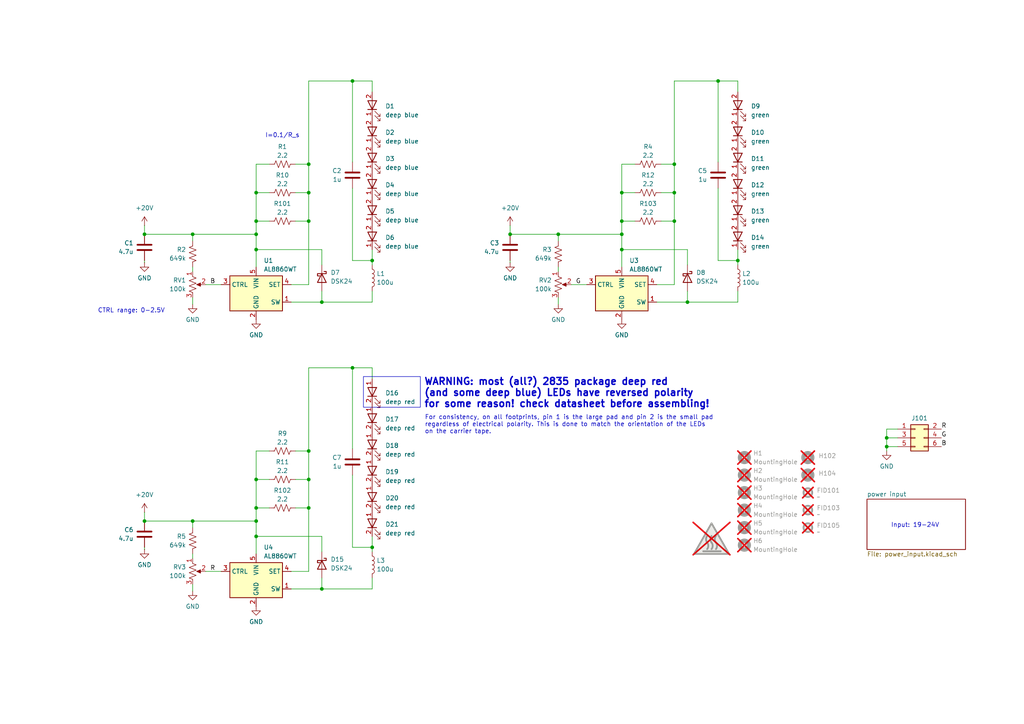
<source format=kicad_sch>
(kicad_sch (version 20250114) (generator "eeschema") (generator_version "9.0")
  (paper "A4")
  (title_block (date "2025-03-28") (rev "2"))
  (lib_symbols
    (symbol "Connector_Generic:Conn_02x03_Odd_Even" (pin_names (offset 1.016) (hide yes))
      (property "Reference" "J" (at 1.27 5.08 0))
      (property "Value" "Conn_02x03_Odd_Even" (at 1.27 -5.08 0))
      (symbol "Conn_02x03_Odd_Even_1_1"
        (pin passive line (at -5.08 2.54 0) (length 3.81) (name "Pin_1") (number "1"))
        (pin passive line (at -5.08 0 0) (length 3.81) (name "Pin_3") (number "3"))
        (pin passive line (at -5.08 -2.54 0) (length 3.81) (name "Pin_5") (number "5"))
        (pin passive line (at 7.62 2.54 180) (length 3.81) (name "Pin_2") (number "2"))
        (pin passive line (at 7.62 0 180) (length 3.81) (name "Pin_4") (number "4"))
        (pin passive line (at 7.62 -2.54 180) (length 3.81) (name "Pin_6") (number "6"))
      )
    )
    (symbol "Device:C" (pin_numbers (hide yes)) (pin_names (offset 0.254))
      (property "Reference" "C" (at 0.635 2.54 0))
      (property "Value" "C" (at 0.635 -2.54 0))
      (symbol "C_1_1"
        (pin passive line (at 0 3.81 270) (length 2.794) (name "~") (number "1"))
        (pin passive line (at 0 -3.81 90) (length 2.794) (name "~") (number "2"))
      )
    )
    (symbol "Device:L" (pin_numbers (hide yes)) (pin_names (offset 1.016) (hide yes))
      (property "Reference" "L" (at -1.27 0 90))
      (property "Value" "L" (at 1.905 0 90))
      (symbol "L_1_1"
        (pin passive line (at 0 3.81 270) (length 1.27) (name "1") (number "1"))
        (pin passive line (at 0 -3.81 90) (length 1.27) (name "2") (number "2"))
      )
    )
    (symbol "Device:LED" (pin_names (offset 1.016) (hide yes))
      (property "Reference" "D" (at 0 2.54 0))
      (property "Value" "LED" (at 0 -2.54 0))
      (symbol "LED_1_1"
        (pin passive line (at -3.81 0 0) (length 2.54) (name "K") (number "1"))
        (pin passive line (at 3.81 0 180) (length 2.54) (name "A") (number "2"))
      )
    )
    (symbol "Device:R_Potentiometer_US" (pin_names (offset 1.016) (hide yes))
      (property "Reference" "RV" (at -4.445 0 90))
      (property "Value" "R_Potentiometer_US" (at -2.54 0 90))
      (symbol "R_Potentiometer_US_1_1"
        (pin passive line (at 0 3.81 270) (length 1.27) (name "1") (number "1"))
        (pin passive line (at 0 -3.81 90) (length 1.27) (name "3") (number "3"))
        (pin passive line (at 3.81 0 180) (length 1.27) (name "2") (number "2"))
      )
    )
    (symbol "Device:R_US" (pin_numbers (hide yes)) (pin_names (offset 0))
      (property "Reference" "R" (at 2.54 0 90))
      (property "Value" "R_US" (at -2.54 0 90))
      (symbol "R_US_1_1"
        (pin passive line (at 0 3.81 270) (length 1.27) (name "~") (number "1"))
        (pin passive line (at 0 -3.81 90) (length 1.27) (name "~") (number "2"))
      )
    )
    (symbol "Diode:MBRA340" (pin_numbers (hide yes)) (pin_names (hide yes))
      (property "Reference" "D" (at 0 2.54 0))
      (property "Value" "MBRA340" (at 0 -2.54 0))
      (symbol "MBRA340_1_1"
        (pin passive line (at -3.81 0 0) (length 2.54) (name "K") (number "1"))
        (pin passive line (at 3.81 0 180) (length 2.54) (name "A") (number "2"))
      )
    )
    (symbol "Driver_LED:AL8860WT"
      (property "Reference" "U" (at -6.35 6.35 0))
      (property "Value" "AL8860WT" (at 7.62 6.35 0))
      (symbol "AL8860WT_1_1"
        (pin input line (at -10.16 2.54 0) (length 2.54) (name "CTRL") (number "3"))
        (pin power_in line (at 0 7.62 270) (length 2.54) (name "VIN") (number "5"))
        (pin power_in line (at 0 -7.62 90) (length 2.54) (name "GND") (number "2"))
        (pin input line (at 10.16 2.54 180) (length 2.54) (name "SET") (number "4"))
        (pin open_collector line (at 10.16 -2.54 180) (length 2.54) (name "SW") (number "1"))
      )
    )
    (symbol "Graphic:SYM_Hot_Large" (on_board no))
    (symbol "LED_1" (pin_names (offset 1.016) (hide yes))
      (property "Reference" "D16" (at -0.3174 -3.81 90))
      (property "Value" "deep red" (at -2.8574 -3.81 90))
      (symbol "LED_1_1_1"
        (pin passive line (at -3.81 0 0) (length 2.54) (name "K") (number "2"))
        (pin passive line (at 3.81 0 180) (length 2.54) (name "A") (number "1"))
      )
    )
    (symbol "LED_10" (pin_names (offset 1.016) (hide yes))
      (property "Reference" "D" (at 0 2.54 0))
      (property "Value" "LED" (at 0 -2.54 0))
      (symbol "LED_10_1_1"
        (pin passive line (at -3.81 0 0) (length 2.54) (name "K") (number "1"))
        (pin passive line (at 3.81 0 180) (length 2.54) (name "A") (number "2"))
      )
    )
    (symbol "LED_11" (pin_names (offset 1.016) (hide yes))
      (property "Reference" "D" (at 0 2.54 0))
      (property "Value" "LED" (at 0 -2.54 0))
      (symbol "LED_11_1_1"
        (pin passive line (at -3.81 0 0) (length 2.54) (name "K") (number "1"))
        (pin passive line (at 3.81 0 180) (length 2.54) (name "A") (number "2"))
      )
    )
    (symbol "LED_12" (pin_names (offset 1.016) (hide yes))
      (property "Reference" "D" (at 0 2.54 0))
      (property "Value" "LED" (at 0 -2.54 0))
      (symbol "LED_12_1_1"
        (pin passive line (at -3.81 0 0) (length 2.54) (name "K") (number "1"))
        (pin passive line (at 3.81 0 180) (length 2.54) (name "A") (number "2"))
      )
    )
    (symbol "LED_13" (pin_names (offset 1.016) (hide yes))
      (property "Reference" "D" (at 0 2.54 0))
      (property "Value" "LED" (at 0 -2.54 0))
      (symbol "LED_13_1_1"
        (pin passive line (at -3.81 0 0) (length 2.54) (name "K") (number "1"))
        (pin passive line (at 3.81 0 180) (length 2.54) (name "A") (number "2"))
      )
    )
    (symbol "LED_14" (pin_names (offset 1.016) (hide yes))
      (property "Reference" "D" (at 0 2.54 0))
      (property "Value" "LED" (at 0 -2.54 0))
      (symbol "LED_14_1_1"
        (pin passive line (at -3.81 0 0) (length 2.54) (name "K") (number "1"))
        (pin passive line (at 3.81 0 180) (length 2.54) (name "A") (number "2"))
      )
    )
    (symbol "LED_15" (pin_names (offset 1.016) (hide yes))
      (property "Reference" "D" (at 0 2.54 0))
      (property "Value" "LED" (at 0 -2.54 0))
      (symbol "LED_15_1_1"
        (pin passive line (at -3.81 0 0) (length 2.54) (name "K") (number "1"))
        (pin passive line (at 3.81 0 180) (length 2.54) (name "A") (number "2"))
      )
    )
    (symbol "LED_16" (pin_names (offset 1.016) (hide yes))
      (property "Reference" "D" (at 0 2.54 0))
      (property "Value" "LED" (at 0 -2.54 0))
      (symbol "LED_16_1_1"
        (pin passive line (at -3.81 0 0) (length 2.54) (name "K") (number "1"))
        (pin passive line (at 3.81 0 180) (length 2.54) (name "A") (number "2"))
      )
    )
    (symbol "LED_17" (pin_names (offset 1.016) (hide yes))
      (property "Reference" "D" (at 0 2.54 0))
      (property "Value" "LED" (at 0 -2.54 0))
      (symbol "LED_17_1_1"
        (pin passive line (at -3.81 0 0) (length 2.54) (name "K") (number "1"))
        (pin passive line (at 3.81 0 180) (length 2.54) (name "A") (number "2"))
      )
    )
    (symbol "LED_2" (pin_names (offset 1.016) (hide yes))
      (property "Reference" "D17" (at -0.3174 -3.81 90))
      (property "Value" "deep red" (at -2.8574 -3.81 90))
      (symbol "LED_2_1_1"
        (pin passive line (at -3.81 0 0) (length 2.54) (name "K") (number "2"))
        (pin passive line (at 3.81 0 180) (length 2.54) (name "A") (number "1"))
      )
    )
    (symbol "LED_3" (pin_names (offset 1.016) (hide yes))
      (property "Reference" "D18" (at -0.3174 -3.81 90))
      (property "Value" "deep red" (at -2.8574 -3.81 90))
      (symbol "LED_3_1_1"
        (pin passive line (at -3.81 0 0) (length 2.54) (name "K") (number "2"))
        (pin passive line (at 3.81 0 180) (length 2.54) (name "A") (number "1"))
      )
    )
    (symbol "LED_4" (pin_names (offset 1.016) (hide yes))
      (property "Reference" "D19" (at -0.3174 -3.81 90))
      (property "Value" "deep red" (at -2.8574 -3.81 90))
      (symbol "LED_4_1_1"
        (pin passive line (at -3.81 0 0) (length 2.54) (name "K") (number "2"))
        (pin passive line (at 3.81 0 180) (length 2.54) (name "A") (number "1"))
      )
    )
    (symbol "LED_5" (pin_names (offset 1.016) (hide yes))
      (property "Reference" "D20" (at -0.3174 -3.81 90))
      (property "Value" "deep red" (at -2.8574 -3.81 90))
      (symbol "LED_5_1_1"
        (pin passive line (at -3.81 0 0) (length 2.54) (name "K") (number "2"))
        (pin passive line (at 3.81 0 180) (length 2.54) (name "A") (number "1"))
      )
    )
    (symbol "LED_6" (pin_names (offset 1.016) (hide yes))
      (property "Reference" "D21" (at -0.3174 -3.81 90))
      (property "Value" "deep red" (at -2.8574 -3.81 90))
      (symbol "LED_6_1_1"
        (pin passive line (at -3.81 0 0) (length 2.54) (name "K") (number "2"))
        (pin passive line (at 3.81 0 180) (length 2.54) (name "A") (number "1"))
      )
    )
    (symbol "LED_7" (pin_names (offset 1.016) (hide yes))
      (property "Reference" "D" (at 0 2.54 0))
      (property "Value" "LED" (at 0 -2.54 0))
      (symbol "LED_7_1_1"
        (pin passive line (at -3.81 0 0) (length 2.54) (name "K") (number "1"))
        (pin passive line (at 3.81 0 180) (length 2.54) (name "A") (number "2"))
      )
    )
    (symbol "LED_8" (pin_names (offset 1.016) (hide yes))
      (property "Reference" "D" (at 0 2.54 0))
      (property "Value" "LED" (at 0 -2.54 0))
      (symbol "LED_8_1_1"
        (pin passive line (at -3.81 0 0) (length 2.54) (name "K") (number "1"))
        (pin passive line (at 3.81 0 180) (length 2.54) (name "A") (number "2"))
      )
    )
    (symbol "LED_9" (pin_names (offset 1.016) (hide yes))
      (property "Reference" "D" (at 0 2.54 0))
      (property "Value" "LED" (at 0 -2.54 0))
      (symbol "LED_9_1_1"
        (pin passive line (at -3.81 0 0) (length 2.54) (name "K") (number "1"))
        (pin passive line (at 3.81 0 180) (length 2.54) (name "A") (number "2"))
      )
    )
    (symbol "Mechanical:Fiducial" (exclude_from_sim yes) (in_bom no)
      (property "Reference" "FID" (at 0 5.08 0))
      (property "Value" "Fiducial" (at 0 3.175 0))
    )
    (symbol "Mechanical:MountingHole" (pin_names (offset 1.016))
      (property "Reference" "H" (at 0 5.08 0))
      (property "Value" "MountingHole" (at 0 3.175 0))
    )
    (symbol "power:+24V" (power) (pin_numbers (hide yes)) (pin_names (offset 0) (hide yes))
      (property "Value" "+24V" (at 0 3.556 0))
      (symbol "+24V_1_1"
        (pin power_in line (at 0 0 90) (length 0) (name "~") (number "1"))
      )
    )
    (symbol "power:GND" (power) (pin_numbers (hide yes)) (pin_names (offset 0) (hide yes))
      (property "Value" "GND" (at 0 -3.81 0))
      (symbol "GND_1_1"
        (pin power_in line (at 0 0 270) (length 0) (name "~") (number "1"))
      )
    )
  )
  (rectangle (start 105.41 109.22) (end 121.92 118.11))
  (text "Input: 19-24V\n" (at 265.43 152.4 0) (effects (font (size 1.27 1.27))))
  (text "CTRL range: 0-2.5V" (at 38.1 90.17 0) (effects (font (size 1.27 1.27))))
  (text "For consistency, on all footprints, pin 1 is the large pad and pin 2 is the small pad\nregardless of electrical polarity. This is done to match the orientation of the LEDs\non the carrier tape." (at 123.19 123.19 0) (effects (font (size 1.27 1.27)) (justify left)))
  (text "I=0.1/R_s" (at 81.915 39.37 0) (effects (font (size 1.27 1.27))))
  (text "WARNING: most (all?) 2835 package deep red \n(and some deep blue) LEDs have reversed polarity \nfor some reason! check datasheet before assembling!" (at 122.936 114.046 0) (effects (font (size 2 2) (thickness 0.4) (bold yes)) (justify left)))
  (junction (at 102.235 23.495))
  (junction (at 74.295 72.39))
  (junction (at 147.955 67.945))
  (junction (at 195.58 64.135))
  (junction (at 89.535 64.135))
  (junction (at 41.91 151.13))
  (junction (at 93.345 87.63))
  (junction (at 55.88 151.13))
  (junction (at 199.39 87.63))
  (junction (at 89.535 130.81))
  (junction (at 257.175 129.54))
  (junction (at 180.34 67.945))
  (junction (at 107.95 158.75))
  (junction (at 41.91 67.945))
  (junction (at 74.295 151.13))
  (junction (at 74.295 139.065))
  (junction (at 180.34 64.135))
  (junction (at 208.28 23.495))
  (junction (at 74.295 147.32))
  (junction (at 74.295 55.88))
  (junction (at 107.95 75.565))
  (junction (at 74.295 67.945))
  (junction (at 74.295 155.575))
  (junction (at 89.535 47.625))
  (junction (at 257.175 127))
  (junction (at 89.535 139.065))
  (junction (at 93.345 170.815))
  (junction (at 213.995 75.565))
  (junction (at 180.34 55.88))
  (junction (at 195.58 47.625))
  (junction (at 55.88 67.945))
  (junction (at 89.535 55.88))
  (junction (at 180.34 72.39))
  (junction (at 74.295 64.135))
  (junction (at 195.58 55.88))
  (junction (at 89.535 147.32))
  (junction (at 102.235 106.68))
  (junction (at 161.925 67.945))
  (wire (pts (xy 102.235 137.795) (xy 102.235 158.75)))
  (wire (pts (xy 93.345 76.835) (xy 93.345 72.39)))
  (wire (pts (xy 41.91 67.945) (xy 55.88 67.945)))
  (wire (pts (xy 180.34 64.135) (xy 180.34 67.945)))
  (wire (pts (xy 102.235 158.75) (xy 107.95 158.75)))
  (wire (pts (xy 89.535 106.68) (xy 102.235 106.68)))
  (wire (pts (xy 213.995 75.565) (xy 213.995 76.835)))
  (wire (pts (xy 74.295 147.32) (xy 74.295 151.13)))
  (wire (pts (xy 213.995 23.495) (xy 213.995 26.67)))
  (wire (pts (xy 89.535 130.81) (xy 89.535 139.065)))
  (wire (pts (xy 102.235 23.495) (xy 107.95 23.495)))
  (wire (pts (xy 208.28 23.495) (xy 213.995 23.495)))
  (wire (pts (xy 180.34 72.39) (xy 180.34 77.47)))
  (wire (pts (xy 199.39 84.455) (xy 199.39 87.63)))
  (wire (pts (xy 89.535 55.88) (xy 89.535 64.135)))
  (wire (pts (xy 180.34 67.945) (xy 180.34 72.39)))
  (wire (pts (xy 59.69 165.735) (xy 64.135 165.735)))
  (wire (pts (xy 85.725 139.065) (xy 89.535 139.065)))
  (wire (pts (xy 55.88 151.13) (xy 55.88 153.035)))
  (wire (pts (xy 195.58 55.88) (xy 195.58 64.135)))
  (wire (pts (xy 180.34 47.625) (xy 180.34 55.88)))
  (wire (pts (xy 74.295 64.135) (xy 74.295 67.945)))
  (wire (pts (xy 74.295 151.13) (xy 74.295 155.575)))
  (wire (pts (xy 107.95 170.815) (xy 107.95 167.64)))
  (wire (pts (xy 102.235 75.565) (xy 107.95 75.565)))
  (wire (pts (xy 195.58 64.135) (xy 195.58 82.55)))
  (wire (pts (xy 102.235 106.68) (xy 107.95 106.68)))
  (wire (pts (xy 180.34 64.135) (xy 184.15 64.135)))
  (wire (pts (xy 74.295 139.065) (xy 78.105 139.065)))
  (wire (pts (xy 89.535 47.625) (xy 89.535 55.88)))
  (wire (pts (xy 74.295 64.135) (xy 78.105 64.135)))
  (wire (pts (xy 89.535 23.495) (xy 89.535 47.625)))
  (wire (pts (xy 74.295 130.81) (xy 78.105 130.81)))
  (wire (pts (xy 213.995 87.63) (xy 213.995 84.455)))
  (wire (pts (xy 55.88 67.945) (xy 55.88 69.85)))
  (wire (pts (xy 107.95 170.815) (xy 93.345 170.815)))
  (wire (pts (xy 257.175 127) (xy 257.175 129.54)))
  (wire (pts (xy 208.28 75.565) (xy 213.995 75.565)))
  (wire (pts (xy 93.345 155.575) (xy 74.295 155.575)))
  (wire (pts (xy 93.345 72.39) (xy 74.295 72.39)))
  (wire (pts (xy 89.535 139.065) (xy 89.535 147.32)))
  (wire (pts (xy 191.77 55.88) (xy 195.58 55.88)))
  (wire (pts (xy 107.95 87.63) (xy 93.345 87.63)))
  (wire (pts (xy 84.455 165.735) (xy 89.535 165.735)))
  (wire (pts (xy 74.295 155.575) (xy 74.295 160.655)))
  (wire (pts (xy 93.345 84.455) (xy 93.345 87.63)))
  (wire (pts (xy 147.955 76.2) (xy 147.955 75.565)))
  (wire (pts (xy 190.5 82.55) (xy 195.58 82.55)))
  (wire (pts (xy 59.69 82.55) (xy 64.135 82.55)))
  (wire (pts (xy 257.175 127) (xy 257.175 124.46)))
  (wire (pts (xy 85.725 55.88) (xy 89.535 55.88)))
  (wire (pts (xy 102.235 106.68) (xy 102.235 130.175)))
  (wire (pts (xy 195.58 47.625) (xy 195.58 55.88)))
  (wire (pts (xy 180.34 55.88) (xy 180.34 64.135)))
  (wire (pts (xy 191.77 47.625) (xy 195.58 47.625)))
  (wire (pts (xy 107.95 106.68) (xy 107.95 109.855)))
  (wire (pts (xy 165.735 82.55) (xy 170.18 82.55)))
  (wire (pts (xy 191.77 64.135) (xy 195.58 64.135)))
  (wire (pts (xy 93.345 160.02) (xy 93.345 155.575)))
  (wire (pts (xy 84.455 170.815) (xy 93.345 170.815)))
  (wire (pts (xy 107.95 23.495) (xy 107.95 26.67)))
  (wire (pts (xy 208.28 23.495) (xy 208.28 46.99)))
  (wire (pts (xy 41.91 151.13) (xy 41.91 148.59)))
  (wire (pts (xy 41.91 76.2) (xy 41.91 75.565)))
  (wire (pts (xy 89.535 147.32) (xy 89.535 165.735)))
  (wire (pts (xy 55.88 77.47) (xy 55.88 78.74)))
  (wire (pts (xy 84.455 82.55) (xy 89.535 82.55)))
  (wire (pts (xy 107.95 72.39) (xy 107.95 75.565)))
  (wire (pts (xy 85.725 47.625) (xy 89.535 47.625)))
  (wire (pts (xy 41.91 151.13) (xy 55.88 151.13)))
  (wire (pts (xy 257.175 124.46) (xy 260.35 124.46)))
  (wire (pts (xy 260.35 127) (xy 257.175 127)))
  (wire (pts (xy 74.295 55.88) (xy 78.105 55.88)))
  (wire (pts (xy 74.295 130.81) (xy 74.295 139.065)))
  (wire (pts (xy 161.925 67.945) (xy 161.925 69.85)))
  (wire (pts (xy 195.58 23.495) (xy 195.58 47.625)))
  (wire (pts (xy 41.91 67.945) (xy 41.91 65.405)))
  (wire (pts (xy 107.95 158.75) (xy 107.95 160.02)))
  (wire (pts (xy 102.235 54.61) (xy 102.235 75.565)))
  (wire (pts (xy 55.88 88.265) (xy 55.88 86.36)))
  (wire (pts (xy 89.535 23.495) (xy 102.235 23.495)))
  (wire (pts (xy 84.455 87.63) (xy 93.345 87.63)))
  (wire (pts (xy 213.995 87.63) (xy 199.39 87.63)))
  (wire (pts (xy 161.925 67.945) (xy 180.34 67.945)))
  (wire (pts (xy 199.39 76.835) (xy 199.39 72.39)))
  (wire (pts (xy 93.345 167.64) (xy 93.345 170.815)))
  (wire (pts (xy 190.5 87.63) (xy 199.39 87.63)))
  (wire (pts (xy 41.91 159.385) (xy 41.91 158.75)))
  (wire (pts (xy 147.955 67.945) (xy 161.925 67.945)))
  (wire (pts (xy 74.295 147.32) (xy 78.105 147.32)))
  (wire (pts (xy 257.175 130.81) (xy 257.175 129.54)))
  (wire (pts (xy 180.34 47.625) (xy 184.15 47.625)))
  (wire (pts (xy 257.175 129.54) (xy 260.35 129.54)))
  (wire (pts (xy 161.925 77.47) (xy 161.925 78.74)))
  (wire (pts (xy 74.295 72.39) (xy 74.295 77.47)))
  (wire (pts (xy 85.725 147.32) (xy 89.535 147.32)))
  (wire (pts (xy 161.925 88.265) (xy 161.925 86.36)))
  (wire (pts (xy 55.88 171.45) (xy 55.88 169.545)))
  (wire (pts (xy 208.28 54.61) (xy 208.28 75.565)))
  (wire (pts (xy 195.58 23.495) (xy 208.28 23.495)))
  (wire (pts (xy 89.535 64.135) (xy 89.535 82.55)))
  (wire (pts (xy 55.88 151.13) (xy 74.295 151.13)))
  (wire (pts (xy 85.725 130.81) (xy 89.535 130.81)))
  (wire (pts (xy 74.295 139.065) (xy 74.295 147.32)))
  (wire (pts (xy 107.95 75.565) (xy 107.95 76.835)))
  (wire (pts (xy 74.295 67.945) (xy 74.295 72.39)))
  (wire (pts (xy 74.295 55.88) (xy 74.295 64.135)))
  (wire (pts (xy 89.535 106.68) (xy 89.535 130.81)))
  (wire (pts (xy 147.955 67.945) (xy 147.955 65.405)))
  (wire (pts (xy 107.95 155.575) (xy 107.95 158.75)))
  (wire (pts (xy 199.39 72.39) (xy 180.34 72.39)))
  (wire (pts (xy 74.295 47.625) (xy 78.105 47.625)))
  (wire (pts (xy 213.995 72.39) (xy 213.995 75.565)))
  (wire (pts (xy 55.88 160.655) (xy 55.88 161.925)))
  (wire (pts (xy 55.88 67.945) (xy 74.295 67.945)))
  (wire (pts (xy 85.725 64.135) (xy 89.535 64.135)))
  (wire (pts (xy 180.34 55.88) (xy 184.15 55.88)))
  (wire (pts (xy 107.95 87.63) (xy 107.95 84.455)))
  (wire (pts (xy 102.235 23.495) (xy 102.235 46.99)))
  (wire (pts (xy 74.295 47.625) (xy 74.295 55.88)))
  (label "R" (at 60.96 165.735 0))
  (label "B" (at 60.96 82.55 0))
  (label "R" (at 273.05 124.46 0))
  (label "G" (at 167.005 82.55 0))
  (label "G" (at 273.05 127 0))
  (label "B" (at 273.05 129.54 0))
  (symbol (lib_id "power:GND") (at 41.91 76.2 0) (unit 1)
    (property "Reference" "#PWR05" (effects (hide yes)))
    (property "Value" "GND" (at 41.91 80.645 0))
    (property "Description" "Power symbol creates a global label with name \"GND\" , ground" (effects (hide yes)))
  )
  (symbol (lib_name "LED_10") (lib_id "Device:LED") (at 213.995 45.72 90) (unit 1)
    (property "Reference" "D11" (at 217.805 46.0374 90) (effects (justify right)))
    (property "Value" "green" (at 217.805 48.5774 90) (effects (justify right)))
    (property "Footprint" "LED_SMD:LED_PLCC_2835_Handsoldering" (effects (hide yes)))
    (property "Description" "Light emitting diode" (effects (hide yes)))
    (property "MPN" "JE2835AGR-N-0002A0000-N0000001" (effects (hide yes)))
    (property "LCSC" "C6159257 " (effects (hide yes)))
  )
  (symbol (lib_name "LED_7") (lib_id "Device:LED") (at 213.995 30.48 90) (unit 1)
    (property "Reference" "D9" (at 217.805 30.7974 90) (effects (justify right)))
    (property "Value" "green" (at 217.805 33.3374 90) (effects (justify right)))
    (property "Footprint" "LED_SMD:LED_PLCC_2835_Handsoldering" (effects (hide yes)))
    (property "Description" "Light emitting diode" (effects (hide yes)))
    (property "MPN" "JE2835AGR-N-0002A0000-N0000001" (effects (hide yes)))
    (property "LCSC" "C6159257 " (effects (hide yes)))
  )
  (symbol (lib_name "LED_8") (lib_id "Device:LED") (at 213.995 53.34 90) (unit 1)
    (property "Reference" "D12" (at 217.805 53.6574 90) (effects (justify right)))
    (property "Value" "green" (at 217.805 56.1974 90) (effects (justify right)))
    (property "Footprint" "LED_SMD:LED_PLCC_2835_Handsoldering" (effects (hide yes)))
    (property "Description" "Light emitting diode" (effects (hide yes)))
    (property "MPN" "JE2835AGR-N-0002A0000-N0000001" (effects (hide yes)))
    (property "LCSC" "C6159257 " (effects (hide yes)))
  )
  (symbol (lib_id "Mechanical:Fiducial") (at 234.315 142.875 0) (unit 1) (exclude_from_sim yes) (in_bom no) (dnp yes)
    (property "Reference" "FID101" (at 236.855 142.2399 0) (effects (justify left)))
    (property "Value" "~" (at 236.855 144.145 0) (effects (justify left)))
    (property "Footprint" "Fiducial:Fiducial_1mm_Mask2mm" (effects (hide yes)))
    (property "Description" "Fiducial Marker" (effects (hide yes)))
  )
  (symbol (lib_id "Device:L") (at 107.95 80.645 0) (unit 1)
    (property "Reference" "L1" (at 109.22 79.3749 0) (effects (justify left)))
    (property "Value" "100u" (at 109.22 81.9149 0) (effects (justify left)))
    (property "Footprint" "Inductor_SMD:L_Changjiang_FNR5040S" (effects (hide yes)))
    (property "Description" "Inductor" (effects (hide yes)))
    (property "MPN" "SLW5040S101MST" (effects (hide yes)))
    (property "LCSC" "C206391" (effects (hide yes)))
  )
  (symbol (lib_id "Graphic:SYM_Hot_Large") (at 206.375 155.575 0) (unit 1) (dnp yes)
    (property "Reference" "SYM101" (effects (hide yes)))
    (property "Value" "SYM_Hot_Large" (effects (hide yes)))
    (property "Footprint" "Custom:hot-surface_1x" (effects (hide yes)))
    (property "Description" "Hot surface warning symbol, large" (effects (hide yes)))
  )
  (symbol (lib_id "Device:R_US") (at 187.96 64.135 90) (unit 1)
    (property "Reference" "R103" (at 187.96 59.055 90))
    (property "Value" "2.2" (at 187.96 61.595 90))
    (property "Footprint" "Resistor_SMD:R_0603_1608Metric" (effects (hide yes)))
    (property "Description" "Resistor, US symbol" (effects (hide yes)))
    (property "MPN" "Generic 2.2Ohm 0603 1%" (effects (hide yes)))
    (property "LCSC" "C22939" (effects (hide yes)))
  )
  (symbol (lib_name "LED_9") (lib_id "Device:LED") (at 213.995 60.96 90) (unit 1)
    (property "Reference" "D13" (at 217.805 61.2774 90) (effects (justify right)))
    (property "Value" "green" (at 217.805 63.8174 90) (effects (justify right)))
    (property "Footprint" "LED_SMD:LED_PLCC_2835_Handsoldering" (effects (hide yes)))
    (property "Description" "Light emitting diode" (effects (hide yes)))
    (property "MPN" "JE2835AGR-N-0002A0000-N0000001" (effects (hide yes)))
    (property "LCSC" "C6159257 " (effects (hide yes)))
  )
  (symbol (lib_id "Mechanical:MountingHole") (at 234.315 137.795 0) (unit 1) (exclude_from_sim yes) (in_bom no) (dnp yes)
    (property "Reference" "H104" (at 237.363 137.287 0) (effects (justify left)))
    (property "Value" "ToolingHole" (effects (hide yes)))
    (property "Footprint" "Custom:JLC_tooling_hole" (effects (hide yes)))
  )
  (symbol (lib_id "Driver_LED:AL8860WT") (at 74.295 85.09 0) (unit 1)
    (property "Reference" "U1" (at 76.4891 75.565 0) (effects (justify left)))
    (property "Value" "AL8860WT" (at 76.4891 78.105 0) (effects (justify left)))
    (property "Footprint" "Package_TO_SOT_SMD:TSOT-23-5" (effects (hide yes)))
    (property "Datasheet" "https://www.diodes.com/assets/Datasheets/AL8860.pdf" (effects (hide yes)))
    (property "Description" "40V 1.5A Constant Current Buck LED Driver IC, TSOT-23-5" (effects (hide yes)))
    (property "MPN" "AL8860WT-7" (effects (hide yes)))
    (property "LCSC" "C125330" (effects (hide yes)))
  )
  (symbol (lib_name "LED_11") (lib_id "Device:LED") (at 213.995 38.1 90) (unit 1)
    (property "Reference" "D10" (at 217.805 38.4174 90) (effects (justify right)))
    (property "Value" "green" (at 217.805 40.9574 90) (effects (justify right)))
    (property "Footprint" "LED_SMD:LED_PLCC_2835_Handsoldering" (effects (hide yes)))
    (property "Description" "Light emitting diode" (effects (hide yes)))
    (property "MPN" "JE2835AGR-N-0002A0000-N0000001" (effects (hide yes)))
    (property "LCSC" "C6159257 " (effects (hide yes)))
  )
  (symbol (lib_name "LED_13") (lib_id "Device:LED") (at 107.95 53.34 90) (unit 1)
    (property "Reference" "D4" (at 111.76 53.6574 90) (effects (justify right)))
    (property "Value" "deep blue" (at 111.76 56.1974 90) (effects (justify right)))
    (property "Footprint" "LED_SMD:LED_PLCC_2835_Handsoldering" (effects (hide yes)))
    (property "Description" "Light emitting diode" (effects (hide yes)))
    (property "MPN" "JE2835ARY-N-0002A0000-N0000001" (effects (hide yes)))
    (property "LCSC" "C9900080487" (effects (hide yes)))
  )
  (symbol (lib_id "power:GND") (at 55.88 88.265 0) (unit 1)
    (property "Reference" "#PWR02" (effects (hide yes)))
    (property "Value" "GND" (at 55.88 92.71 0))
    (property "Description" "Power symbol creates a global label with name \"GND\" , ground" (effects (hide yes)))
  )
  (symbol (lib_id "power:GND") (at 257.175 130.81 0) (unit 1)
    (property "Reference" "#PWR0102" (effects (hide yes)))
    (property "Value" "GND" (at 257.175 135.255 0))
    (property "Description" "Power symbol creates a global label with name \"GND\" , ground" (effects (hide yes)))
  )
  (symbol (lib_id "Driver_LED:AL8860WT") (at 180.34 85.09 0) (unit 1)
    (property "Reference" "U3" (at 182.5341 75.565 0) (effects (justify left)))
    (property "Value" "AL8860WT" (at 182.5341 78.105 0) (effects (justify left)))
    (property "Footprint" "Package_TO_SOT_SMD:TSOT-23-5" (effects (hide yes)))
    (property "Datasheet" "https://www.diodes.com/assets/Datasheets/AL8860.pdf" (effects (hide yes)))
    (property "Description" "40V 1.5A Constant Current Buck LED Driver IC, TSOT-23-5" (effects (hide yes)))
    (property "MPN" "AL8860WT-7" (effects (hide yes)))
    (property "LCSC" "C125330" (effects (hide yes)))
  )
  (symbol (lib_name "LED_2") (lib_id "Device:LED") (at 107.95 121.285 90) (unit 1)
    (property "Reference" "D17" (at 111.76 121.6024 90) (effects (justify right)))
    (property "Value" "deep red" (at 111.76 124.1424 90) (effects (justify right)))
    (property "Footprint" "Custom:LED_PLCC_2835_Handsoldering_Reversed_Red" (effects (hide yes)))
    (property "Description" "Light emitting diode" (effects (hide yes)))
    (property "MPN" "JE2835AHR-N-0001A0000-N0000001" (effects (hide yes)))
    (property "LCSC" "C17235048" (effects (hide yes)))
  )
  (symbol (lib_id "Mechanical:MountingHole") (at 215.9 137.795 0) (unit 1) (dnp yes)
    (property "Reference" "H2" (at 218.44 136.5249 0) (effects (justify left)))
    (property "Value" "MountingHole" (at 218.44 139.0649 0) (effects (justify left)))
    (property "Footprint" "Custom:MountingHole_2.2mm_M2_Mask_5mm" (effects (hide yes)))
    (property "Description" "Mounting Hole without connection" (effects (hide yes)))
  )
  (symbol (lib_id "Device:L") (at 213.995 80.645 0) (unit 1)
    (property "Reference" "L2" (at 215.265 79.3749 0) (effects (justify left)))
    (property "Value" "100u" (at 215.265 81.9149 0) (effects (justify left)))
    (property "Footprint" "Inductor_SMD:L_Changjiang_FNR5040S" (effects (hide yes)))
    (property "Description" "Inductor" (effects (hide yes)))
    (property "MPN" "SLW5040S101MST" (effects (hide yes)))
    (property "LCSC" "C206391" (effects (hide yes)))
  )
  (symbol (lib_id "Diode:MBRA340") (at 199.39 80.645 270) (unit 1)
    (property "Reference" "D8" (at 201.93 79.0574 90) (effects (justify left)))
    (property "Value" "DSK24" (at 201.93 81.5974 90) (effects (justify left)))
    (property "Footprint" "Diode_SMD:D_SOD-123F" (effects (hide yes)))
    (property "Datasheet" "https://www.onsemi.com/pub/Collateral/MBRA340T3-D.PDF" (effects (hide yes)))
    (property "Description" "40V 3A Schottky Barrier Rectifier Diode, SMA(DO-214AC)" (effects (hide yes)))
    (property "MPN" "DSK24" (effects (hide yes)))
    (property "LCSC" "C22466352" (effects (hide yes)))
  )
  (symbol (lib_name "LED_6") (lib_id "Device:LED") (at 107.95 151.765 90) (unit 1)
    (property "Reference" "D21" (at 111.76 152.0824 90) (effects (justify right)))
    (property "Value" "deep red" (at 111.76 154.6224 90) (effects (justify right)))
    (property "Footprint" "Custom:LED_PLCC_2835_Handsoldering_Reversed_Red" (effects (hide yes)))
    (property "Description" "Light emitting diode" (effects (hide yes)))
    (property "MPN" "JE2835AHR-N-0001A0000-N0000001" (effects (hide yes)))
    (property "LCSC" "C17235048" (effects (hide yes)))
  )
  (symbol (lib_id "Mechanical:MountingHole") (at 215.9 142.875 0) (unit 1) (dnp yes)
    (property "Reference" "H3" (at 218.44 141.6049 0) (effects (justify left)))
    (property "Value" "MountingHole" (at 218.44 144.1449 0) (effects (justify left)))
    (property "Footprint" "Custom:MountingHole_2.2mm_M2_Mask_5mm" (effects (hide yes)))
    (property "Description" "Mounting Hole without connection" (effects (hide yes)))
  )
  (symbol (lib_id "Device:C") (at 102.235 50.8 0) (mirror y) (unit 1)
    (property "Reference" "C2" (at 99.06 49.5299 0) (effects (justify left)))
    (property "Value" "1u" (at 99.06 52.0699 0) (effects (justify left)))
    (property "Footprint" "Capacitor_SMD:C_0805_2012Metric" (effects (hide yes)))
    (property "Description" "Unpolarized capacitor" (effects (hide yes)))
    (property "MPN" "Generic 1uF 50V 0805 X7R" (effects (hide yes)))
    (property "LCSC" "C28323" (effects (hide yes)))
  )
  (symbol (lib_id "Device:R_US") (at 187.96 47.625 90) (unit 1)
    (property "Reference" "R4" (at 187.96 42.545 90))
    (property "Value" "2.2" (at 187.96 45.085 90))
    (property "Footprint" "Resistor_SMD:R_0603_1608Metric" (effects (hide yes)))
    (property "Description" "Resistor, US symbol" (effects (hide yes)))
    (property "MPN" "Generic 2.2Ohm 0603 1%" (effects (hide yes)))
    (property "LCSC" "C22939" (effects (hide yes)))
  )
  (symbol (lib_id "Device:R_US") (at 81.915 139.065 90) (unit 1)
    (property "Reference" "R11" (at 81.915 133.985 90))
    (property "Value" "2.2" (at 81.915 136.525 90))
    (property "Footprint" "Resistor_SMD:R_0603_1608Metric" (effects (hide yes)))
    (property "Description" "Resistor, US symbol" (effects (hide yes)))
    (property "MPN" "Generic 2.2Ohm 0603 1%" (effects (hide yes)))
    (property "LCSC" "C22939" (effects (hide yes)))
  )
  (symbol (lib_id "Connector_Generic:Conn_02x03_Odd_Even") (at 265.43 127 0) (unit 1)
    (property "Reference" "J101" (at 266.7 121.285 0))
    (property "Value" "Conn_02x03_Odd_Even" (effects (hide yes)))
    (property "Footprint" "Connector_PinHeader_2.54mm:PinHeader_2x03_P2.54mm_Vertical_SMD" (effects (hide yes)))
    (property "Description" "Generic connector, double row, 02x03, odd/even pin numbering scheme (row 1 odd numbers, row 2 even numbers), script generated (kicad-library-utils/schlib/autogen/connector/)" (effects (hide yes)))
    (property "LCSC" "C22438447" (effects (hide yes)))
    (property "MPN" "IPCP254M06PB28S" (effects (hide yes)))
  )
  (symbol (lib_name "LED_5") (lib_id "Device:LED") (at 107.95 144.145 90) (unit 1)
    (property "Reference" "D20" (at 111.76 144.4624 90) (effects (justify right)))
    (property "Value" "deep red" (at 111.76 147.0024 90) (effects (justify right)))
    (property "Footprint" "Custom:LED_PLCC_2835_Handsoldering_Reversed_Red" (effects (hide yes)))
    (property "Description" "Light emitting diode" (effects (hide yes)))
    (property "MPN" "JE2835AHR-N-0001A0000-N0000001" (effects (hide yes)))
    (property "LCSC" "C17235048" (effects (hide yes)))
  )
  (symbol (lib_name "LED_4") (lib_id "Device:LED") (at 107.95 136.525 90) (unit 1)
    (property "Reference" "D19" (at 111.76 136.8424 90) (effects (justify right)))
    (property "Value" "deep red" (at 111.76 139.3824 90) (effects (justify right)))
    (property "Footprint" "Custom:LED_PLCC_2835_Handsoldering_Reversed_Red" (effects (hide yes)))
    (property "Description" "Light emitting diode" (effects (hide yes)))
    (property "MPN" "JE2835AHR-N-0001A0000-N0000001" (effects (hide yes)))
    (property "LCSC" "C17235048" (effects (hide yes)))
  )
  (symbol (lib_id "Device:R_Potentiometer_US") (at 161.925 82.55 0) (unit 1)
    (property "Reference" "RV2" (at 160.02 81.2799 0) (effects (justify right)))
    (property "Value" "100k" (at 160.02 83.8199 0) (effects (justify right)))
    (property "Footprint" "Potentiometer_SMD:Potentiometer_Bourns_3314G_Vertical" (effects (hide yes)))
    (property "Description" "Potentiometer, US symbol" (effects (hide yes)))
    (property "MPN" "3314G-1-104E " (effects (hide yes)))
    (property "LCSC" "C780219" (effects (hide yes)))
  )
  (symbol (lib_id "Mechanical:MountingHole") (at 234.315 132.715 0) (unit 1) (exclude_from_sim yes) (in_bom no) (dnp yes)
    (property "Reference" "H102" (at 237.363 132.207 0) (effects (justify left)))
    (property "Value" "ToolingHole" (effects (hide yes)))
    (property "Footprint" "Custom:JLC_tooling_hole" (effects (hide yes)))
  )
  (symbol (lib_id "Device:R_US") (at 161.925 73.66 0) (mirror y) (unit 1)
    (property "Reference" "R3" (at 160.02 72.3899 0) (effects (justify left)))
    (property "Value" "649k" (at 160.02 74.9299 0) (effects (justify left)))
    (property "Footprint" "Resistor_SMD:R_0603_1608Metric" (effects (hide yes)))
    (property "Description" "Resistor, US symbol" (effects (hide yes)))
    (property "MPN" "Generic 649KOhm 0603 1%" (effects (hide yes)))
    (property "LCSC" "C245991" (effects (hide yes)))
  )
  (symbol (lib_id "Device:R_US") (at 55.88 73.66 0) (mirror y) (unit 1)
    (property "Reference" "R2" (at 53.975 72.3899 0) (effects (justify left)))
    (property "Value" "649k" (at 53.975 74.9299 0) (effects (justify left)))
    (property "Footprint" "Resistor_SMD:R_0603_1608Metric" (effects (hide yes)))
    (property "Description" "Resistor, US symbol" (effects (hide yes)))
    (property "MPN" "Generic 649KOhm 0603 1%" (effects (hide yes)))
    (property "LCSC" "C245991" (effects (hide yes)))
  )
  (symbol (lib_id "power:GND") (at 161.925 88.265 0) (unit 1)
    (property "Reference" "#PWR010" (effects (hide yes)))
    (property "Value" "GND" (at 161.925 92.71 0))
    (property "Description" "Power symbol creates a global label with name \"GND\" , ground" (effects (hide yes)))
  )
  (symbol (lib_id "Device:C") (at 41.91 71.755 0) (mirror y) (unit 1)
    (property "Reference" "C1" (at 38.735 70.4849 0) (effects (justify left)))
    (property "Value" "4.7u" (at 38.735 73.0249 0) (effects (justify left)))
    (property "Footprint" "Capacitor_SMD:C_1206_3216Metric" (effects (hide yes)))
    (property "Description" "Unpolarized capacitor" (effects (hide yes)))
    (property "MPN" "Generic 4.7uF 50V 1206 X7R" (effects (hide yes)))
    (property "LCSC" "C29823" (effects (hide yes)))
  )
  (symbol (lib_id "Mechanical:MountingHole") (at 215.9 153.035 0) (unit 1) (dnp yes)
    (property "Reference" "H5" (at 218.44 151.7649 0) (effects (justify left)))
    (property "Value" "MountingHole" (at 218.44 154.3049 0) (effects (justify left)))
    (property "Footprint" "Custom:MountingHole_2.2mm_M2_Mask_5mm" (effects (hide yes)))
    (property "Description" "Mounting Hole without connection" (effects (hide yes)))
  )
  (symbol (lib_id "Device:R_US") (at 187.96 55.88 90) (unit 1)
    (property "Reference" "R12" (at 187.96 50.8 90))
    (property "Value" "2.2" (at 187.96 53.34 90))
    (property "Footprint" "Resistor_SMD:R_0603_1608Metric" (effects (hide yes)))
    (property "Description" "Resistor, US symbol" (effects (hide yes)))
    (property "MPN" "Generic 2.2Ohm 0603 1%" (effects (hide yes)))
    (property "LCSC" "C22939" (effects (hide yes)))
  )
  (symbol (lib_id "Diode:MBRA340") (at 93.345 80.645 270) (unit 1)
    (property "Reference" "D7" (at 95.885 79.0574 90) (effects (justify left)))
    (property "Value" "DSK24" (at 95.885 81.5974 90) (effects (justify left)))
    (property "Footprint" "Diode_SMD:D_SOD-123F" (effects (hide yes)))
    (property "Datasheet" "https://www.onsemi.com/pub/Collateral/MBRA340T3-D.PDF" (effects (hide yes)))
    (property "Description" "40V 3A Schottky Barrier Rectifier Diode, SMA(DO-214AC)" (effects (hide yes)))
    (property "MPN" "DSK24" (effects (hide yes)))
    (property "LCSC" "C22466352" (effects (hide yes)))
  )
  (symbol (lib_name "LED_15") (lib_id "Device:LED") (at 107.95 45.72 90) (unit 1)
    (property "Reference" "D3" (at 111.76 46.0374 90) (effects (justify right)))
    (property "Value" "deep blue" (at 111.76 48.5774 90) (effects (justify right)))
    (property "Footprint" "LED_SMD:LED_PLCC_2835_Handsoldering" (effects (hide yes)))
    (property "Description" "Light emitting diode" (effects (hide yes)))
    (property "MPN" "JE2835ARY-N-0002A0000-N0000001" (effects (hide yes)))
    (property "LCSC" "C9900080487" (effects (hide yes)))
  )
  (symbol (lib_id "power:GND") (at 55.88 171.45 0) (unit 1)
    (property "Reference" "#PWR014" (effects (hide yes)))
    (property "Value" "GND" (at 55.88 175.895 0))
    (property "Description" "Power symbol creates a global label with name \"GND\" , ground" (effects (hide yes)))
  )
  (symbol (lib_name "LED_16") (lib_id "Device:LED") (at 107.95 60.96 90) (unit 1)
    (property "Reference" "D5" (at 111.76 61.2774 90) (effects (justify right)))
    (property "Value" "deep blue" (at 111.76 63.8174 90) (effects (justify right)))
    (property "Footprint" "LED_SMD:LED_PLCC_2835_Handsoldering" (effects (hide yes)))
    (property "Description" "Light emitting diode" (effects (hide yes)))
    (property "MPN" "JE2835ARY-N-0002A0000-N0000001" (effects (hide yes)))
    (property "LCSC" "C9900080487" (effects (hide yes)))
  )
  (symbol (lib_name "LED_14") (lib_id "Device:LED") (at 107.95 68.58 90) (unit 1)
    (property "Reference" "D6" (at 111.76 68.8974 90) (effects (justify right)))
    (property "Value" "deep blue" (at 111.76 71.4374 90) (effects (justify right)))
    (property "Footprint" "LED_SMD:LED_PLCC_2835_Handsoldering" (effects (hide yes)))
    (property "Description" "Light emitting diode" (effects (hide yes)))
    (property "MPN" "JE2835ARY-N-0002A0000-N0000001" (effects (hide yes)))
    (property "LCSC" "C9900080487" (effects (hide yes)))
  )
  (symbol (lib_id "Mechanical:MountingHole") (at 215.9 158.115 0) (unit 1) (dnp yes)
    (property "Reference" "H6" (at 218.44 156.8449 0) (effects (justify left)))
    (property "Value" "MountingHole" (at 218.44 159.3849 0) (effects (justify left)))
    (property "Footprint" "Custom:MountingHole_2.2mm_M2_Mask_5mm" (effects (hide yes)))
    (property "Description" "Mounting Hole without connection" (effects (hide yes)))
  )
  (symbol (lib_id "power:GND") (at 74.295 175.895 0) (unit 1)
    (property "Reference" "#PWR015" (effects (hide yes)))
    (property "Value" "GND" (at 74.295 180.34 0))
    (property "Description" "Power symbol creates a global label with name \"GND\" , ground" (effects (hide yes)))
  )
  (symbol (lib_id "Mechanical:MountingHole") (at 215.9 132.715 0) (unit 1) (dnp yes)
    (property "Reference" "H1" (at 218.44 131.4449 0) (effects (justify left)))
    (property "Value" "MountingHole" (at 218.44 133.9849 0) (effects (justify left)))
    (property "Footprint" "Custom:MountingHole_2.2mm_M2_Mask_5mm" (effects (hide yes)))
    (property "Description" "Mounting Hole without connection" (effects (hide yes)))
  )
  (symbol (lib_id "Driver_LED:AL8860WT") (at 74.295 168.275 0) (unit 1)
    (property "Reference" "U4" (at 76.4891 158.75 0) (effects (justify left)))
    (property "Value" "AL8860WT" (at 76.4891 161.29 0) (effects (justify left)))
    (property "Footprint" "Package_TO_SOT_SMD:TSOT-23-5" (effects (hide yes)))
    (property "Datasheet" "https://www.diodes.com/assets/Datasheets/AL8860.pdf" (effects (hide yes)))
    (property "Description" "40V 1.5A Constant Current Buck LED Driver IC, TSOT-23-5" (effects (hide yes)))
    (property "MPN" "AL8860WT-7" (effects (hide yes)))
    (property "LCSC" "C125330" (effects (hide yes)))
  )
  (symbol (lib_id "Device:R_Potentiometer_US") (at 55.88 82.55 0) (unit 1)
    (property "Reference" "RV1" (at 53.975 81.2799 0) (effects (justify right)))
    (property "Value" "100k" (at 53.975 83.8199 0) (effects (justify right)))
    (property "Footprint" "Potentiometer_SMD:Potentiometer_Bourns_3314G_Vertical" (effects (hide yes)))
    (property "Description" "Potentiometer, US symbol" (effects (hide yes)))
    (property "MPN" "3314G-1-104E " (effects (hide yes)))
    (property "LCSC" "C780219" (effects (hide yes)))
  )
  (symbol (lib_name "LED_17") (lib_id "Device:LED") (at 107.95 38.1 90) (unit 1)
    (property "Reference" "D2" (at 111.76 38.4174 90) (effects (justify right)))
    (property "Value" "deep blue" (at 111.76 40.9574 90) (effects (justify right)))
    (property "Footprint" "LED_SMD:LED_PLCC_2835_Handsoldering" (effects (hide yes)))
    (property "Description" "Light emitting diode" (effects (hide yes)))
    (property "MPN" "JE2835ARY-N-0002A0000-N0000001" (effects (hide yes)))
    (property "LCSC" "C9900080487" (effects (hide yes)))
  )
  (symbol (lib_id "Device:C") (at 41.91 154.94 0) (mirror y) (unit 1)
    (property "Reference" "C6" (at 38.735 153.6699 0) (effects (justify left)))
    (property "Value" "4.7u" (at 38.735 156.2099 0) (effects (justify left)))
    (property "Footprint" "Capacitor_SMD:C_1206_3216Metric" (effects (hide yes)))
    (property "Description" "Unpolarized capacitor" (effects (hide yes)))
    (property "MPN" "Generic 4.7uF 50V 1206 X7R" (effects (hide yes)))
    (property "LCSC" "C29823" (effects (hide yes)))
  )
  (symbol (lib_id "Device:C") (at 208.28 50.8 0) (mirror y) (unit 1)
    (property "Reference" "C5" (at 205.105 49.5299 0) (effects (justify left)))
    (property "Value" "1u" (at 205.105 52.0699 0) (effects (justify left)))
    (property "Footprint" "Capacitor_SMD:C_0805_2012Metric" (effects (hide yes)))
    (property "Description" "Unpolarized capacitor" (effects (hide yes)))
    (property "MPN" "Generic 1uF 50V 0805 X7R" (effects (hide yes)))
    (property "LCSC" "C28323" (effects (hide yes)))
  )
  (symbol (lib_name "LED_12") (lib_id "Device:LED") (at 213.995 68.58 90) (unit 1)
    (property "Reference" "D14" (at 217.805 68.8974 90) (effects (justify right)))
    (property "Value" "green" (at 217.805 71.4374 90) (effects (justify right)))
    (property "Footprint" "LED_SMD:LED_PLCC_2835_Handsoldering" (effects (hide yes)))
    (property "Description" "Light emitting diode" (effects (hide yes)))
    (property "MPN" "JE2835AGR-N-0002A0000-N0000001" (effects (hide yes)))
    (property "LCSC" "C6159257 " (effects (hide yes)))
  )
  (symbol (lib_id "Device:R_US") (at 81.915 55.88 90) (unit 1)
    (property "Reference" "R10" (at 81.915 50.8 90))
    (property "Value" "2.2" (at 81.915 53.34 90))
    (property "Footprint" "Resistor_SMD:R_0603_1608Metric" (effects (hide yes)))
    (property "Description" "Resistor, US symbol" (effects (hide yes)))
    (property "MPN" "Generic 2.2Ohm 0603 1%" (effects (hide yes)))
    (property "LCSC" "C22939" (effects (hide yes)))
  )
  (symbol (lib_id "Diode:MBRA340") (at 93.345 163.83 270) (unit 1)
    (property "Reference" "D15" (at 95.885 162.2424 90) (effects (justify left)))
    (property "Value" "DSK24" (at 95.885 164.7824 90) (effects (justify left)))
    (property "Footprint" "Diode_SMD:D_SOD-123F" (effects (hide yes)))
    (property "Datasheet" "https://www.onsemi.com/pub/Collateral/MBRA340T3-D.PDF" (effects (hide yes)))
    (property "Description" "40V 3A Schottky Barrier Rectifier Diode, SMA(DO-214AC)" (effects (hide yes)))
    (property "MPN" "DSK24" (effects (hide yes)))
    (property "LCSC" "C22466352" (effects (hide yes)))
  )
  (symbol (lib_id "Device:L") (at 107.95 163.83 0) (unit 1)
    (property "Reference" "L3" (at 109.22 162.5599 0) (effects (justify left)))
    (property "Value" "100u" (at 109.22 165.0999 0) (effects (justify left)))
    (property "Footprint" "Inductor_SMD:L_Changjiang_FNR5040S" (effects (hide yes)))
    (property "Description" "Inductor" (effects (hide yes)))
    (property "MPN" "SLW5040S101MST" (effects (hide yes)))
    (property "LCSC" "C206391" (effects (hide yes)))
  )
  (symbol (lib_id "Mechanical:MountingHole") (at 215.9 147.955 0) (unit 1) (dnp yes)
    (property "Reference" "H4" (at 218.44 146.6849 0) (effects (justify left)))
    (property "Value" "MountingHole" (at 218.44 149.2249 0) (effects (justify left)))
    (property "Footprint" "Custom:MountingHole_2.2mm_M2_Mask_5mm" (effects (hide yes)))
    (property "Description" "Mounting Hole without connection" (effects (hide yes)))
  )
  (symbol (lib_id "power:GND") (at 180.34 92.71 0) (unit 1)
    (property "Reference" "#PWR011" (effects (hide yes)))
    (property "Value" "GND" (at 180.34 97.155 0))
    (property "Description" "Power symbol creates a global label with name \"GND\" , ground" (effects (hide yes)))
  )
  (symbol (lib_name "LED_3") (lib_id "Device:LED") (at 107.95 128.905 90) (unit 1)
    (property "Reference" "D18" (at 111.76 129.2224 90) (effects (justify right)))
    (property "Value" "deep red" (at 111.76 131.7624 90) (effects (justify right)))
    (property "Footprint" "Custom:LED_PLCC_2835_Handsoldering_Reversed_Red" (effects (hide yes)))
    (property "Description" "Light emitting diode" (effects (hide yes)))
    (property "MPN" "JE2835AHR-N-0001A0000-N0000001" (effects (hide yes)))
    (property "LCSC" "C17235048" (effects (hide yes)))
  )
  (symbol (lib_id "power:+24V") (at 41.91 65.405 0) (unit 1)
    (property "Reference" "#PWR04" (effects (hide yes)))
    (property "Value" "+20V" (at 41.91 60.325 0))
    (property "Description" "Power symbol creates a global label with name \"+24V\"" (effects (hide yes)))
  )
  (symbol (lib_id "Device:R_Potentiometer_US") (at 55.88 165.735 0) (unit 1)
    (property "Reference" "RV3" (at 53.975 164.4649 0) (effects (justify right)))
    (property "Value" "100k" (at 53.975 167.0049 0) (effects (justify right)))
    (property "Footprint" "Potentiometer_SMD:Potentiometer_Bourns_3314G_Vertical" (effects (hide yes)))
    (property "Description" "Potentiometer, US symbol" (effects (hide yes)))
    (property "MPN" "3314G-1-104E " (effects (hide yes)))
    (property "LCSC" "C780219" (effects (hide yes)))
  )
  (symbol (lib_id "Device:R_US") (at 55.88 156.845 0) (mirror y) (unit 1)
    (property "Reference" "R5" (at 53.975 155.5749 0) (effects (justify left)))
    (property "Value" "649k" (at 53.975 158.1149 0) (effects (justify left)))
    (property "Footprint" "Resistor_SMD:R_0603_1608Metric" (effects (hide yes)))
    (property "Description" "Resistor, US symbol" (effects (hide yes)))
    (property "MPN" "Generic 649KOhm 0603 1%" (effects (hide yes)))
    (property "LCSC" "C245991" (effects (hide yes)))
  )
  (symbol (lib_id "Device:C") (at 147.955 71.755 0) (mirror y) (unit 1)
    (property "Reference" "C3" (at 144.78 70.4849 0) (effects (justify left)))
    (property "Value" "4.7u" (at 144.78 73.0249 0) (effects (justify left)))
    (property "Footprint" "Capacitor_SMD:C_1206_3216Metric" (effects (hide yes)))
    (property "Description" "Unpolarized capacitor" (effects (hide yes)))
    (property "MPN" "Generic 4.7uF 50V 1206 X7R" (effects (hide yes)))
    (property "LCSC" "C29823" (effects (hide yes)))
  )
  (symbol (lib_id "Device:C") (at 102.235 133.985 0) (mirror y) (unit 1)
    (property "Reference" "C7" (at 99.06 132.7149 0) (effects (justify left)))
    (property "Value" "1u" (at 99.06 135.2549 0) (effects (justify left)))
    (property "Footprint" "Capacitor_SMD:C_0805_2012Metric" (effects (hide yes)))
    (property "Description" "Unpolarized capacitor" (effects (hide yes)))
    (property "MPN" "Generic 1uF 50V 0805 X7R" (effects (hide yes)))
    (property "LCSC" "C28323" (effects (hide yes)))
  )
  (symbol (lib_id "Device:R_US") (at 81.915 47.625 90) (unit 1)
    (property "Reference" "R1" (at 81.915 42.545 90))
    (property "Value" "2.2" (at 81.915 45.085 90))
    (property "Footprint" "Resistor_SMD:R_0603_1608Metric" (effects (hide yes)))
    (property "Description" "Resistor, US symbol" (effects (hide yes)))
    (property "MPN" "Generic 2.2Ohm 0603 1%" (effects (hide yes)))
    (property "LCSC" "C22939" (effects (hide yes)))
  )
  (symbol (lib_id "power:GND") (at 147.955 76.2 0) (unit 1)
    (property "Reference" "#PWR08" (effects (hide yes)))
    (property "Value" "GND" (at 147.955 80.645 0))
    (property "Description" "Power symbol creates a global label with name \"GND\" , ground" (effects (hide yes)))
  )
  (symbol (lib_id "power:+24V") (at 41.91 148.59 0) (unit 1)
    (property "Reference" "#PWR012" (effects (hide yes)))
    (property "Value" "+20V" (at 41.91 143.51 0))
    (property "Description" "Power symbol creates a global label with name \"+24V\"" (effects (hide yes)))
  )
  (symbol (lib_id "Device:R_US") (at 81.915 147.32 90) (unit 1)
    (property "Reference" "R102" (at 81.915 142.24 90))
    (property "Value" "2.2" (at 81.915 144.78 90))
    (property "Footprint" "Resistor_SMD:R_0603_1608Metric" (effects (hide yes)))
    (property "Description" "Resistor, US symbol" (effects (hide yes)))
    (property "MPN" "Generic 2.2Ohm 0603 1%" (effects (hide yes)))
    (property "LCSC" "C22939" (effects (hide yes)))
  )
  (symbol (lib_id "Device:R_US") (at 81.915 64.135 90) (unit 1)
    (property "Reference" "R101" (at 81.915 59.055 90))
    (property "Value" "2.2" (at 81.915 61.595 90))
    (property "Footprint" "Resistor_SMD:R_0603_1608Metric" (effects (hide yes)))
    (property "Description" "Resistor, US symbol" (effects (hide yes)))
    (property "MPN" "Generic 2.2Ohm 0603 1%" (effects (hide yes)))
    (property "LCSC" "C22939" (effects (hide yes)))
  )
  (symbol (lib_id "power:GND") (at 74.295 92.71 0) (unit 1)
    (property "Reference" "#PWR01" (effects (hide yes)))
    (property "Value" "GND" (at 74.295 97.155 0))
    (property "Description" "Power symbol creates a global label with name \"GND\" , ground" (effects (hide yes)))
  )
  (symbol (lib_id "power:GND") (at 41.91 159.385 0) (unit 1)
    (property "Reference" "#PWR013" (effects (hide yes)))
    (property "Value" "GND" (at 41.91 163.83 0))
    (property "Description" "Power symbol creates a global label with name \"GND\" , ground" (effects (hide yes)))
  )
  (symbol (lib_id "Device:LED") (at 107.95 30.48 90) (unit 1)
    (property "Reference" "D1" (at 111.76 30.7974 90) (effects (justify right)))
    (property "Value" "deep blue" (at 111.76 33.3374 90) (effects (justify right)))
    (property "Footprint" "LED_SMD:LED_PLCC_2835_Handsoldering" (effects (hide yes)))
    (property "Description" "Light emitting diode" (effects (hide yes)))
    (property "MPN" "JE2835ARY-N-0002A0000-N0000001" (effects (hide yes)))
    (property "LCSC" "C9900080487" (effects (hide yes)))
  )
  (symbol (lib_name "LED_1") (lib_id "Device:LED") (at 107.95 113.665 90) (unit 1)
    (property "Reference" "D16" (at 111.76 113.9824 90) (effects (justify right)))
    (property "Value" "deep red" (at 111.76 116.5224 90) (effects (justify right)))
    (property "Footprint" "Custom:LED_PLCC_2835_Handsoldering_Reversed_Red" (effects (hide yes)))
    (property "Description" "Light emitting diode" (effects (hide yes)))
    (property "MPN" "JE2835AHR-N-0001A0000-N0000001" (effects (hide yes)))
    (property "LCSC" "C17235048" (effects (hide yes)))
  )
  (symbol (lib_id "Device:R_US") (at 81.915 130.81 90) (unit 1)
    (property "Reference" "R9" (at 81.915 125.73 90))
    (property "Value" "2.2" (at 81.915 128.27 90))
    (property "Footprint" "Resistor_SMD:R_0603_1608Metric" (effects (hide yes)))
    (property "Description" "Resistor, US symbol" (effects (hide yes)))
    (property "MPN" "Generic 2.2Ohm 0603 1%" (effects (hide yes)))
    (property "LCSC" "C22939" (effects (hide yes)))
  )
  (symbol (lib_id "Mechanical:Fiducial") (at 234.315 147.955 0) (unit 1) (exclude_from_sim yes) (in_bom no) (dnp yes)
    (property "Reference" "FID103" (at 236.855 147.3199 0) (effects (justify left)))
    (property "Value" "~" (at 236.855 149.225 0) (effects (justify left)))
    (property "Footprint" "Fiducial:Fiducial_1mm_Mask2mm" (effects (hide yes)))
    (property "Description" "Fiducial Marker" (effects (hide yes)))
  )
  (symbol (lib_id "Mechanical:Fiducial") (at 234.315 153.035 0) (unit 1) (exclude_from_sim yes) (in_bom no) (dnp yes)
    (property "Reference" "FID105" (at 236.855 152.3999 0) (effects (justify left)))
    (property "Value" "~" (at 236.855 154.305 0) (effects (justify left)))
    (property "Footprint" "Fiducial:Fiducial_1mm_Mask2mm" (effects (hide yes)))
    (property "Description" "Fiducial Marker" (effects (hide yes)))
  )
  (symbol (lib_id "power:+24V") (at 147.955 65.405 0) (unit 1)
    (property "Reference" "#PWR07" (effects (hide yes)))
    (property "Value" "+20V" (at 147.955 60.325 0))
    (property "Description" "Power symbol creates a global label with name \"+24V\"" (effects (hide yes)))
  )
  (sheet (at 251.46 144.78) (size 28.575 14.605) (stroke (width 0.1524))
    (property "Sheetname" "power input" (at 251.46 144.0684 0) (effects (justify left bottom)))
    (property "Sheetfile" "power_input.kicad_sch" (at 251.46 159.9696 0) (effects (justify left top)))
  )
)
</source>
